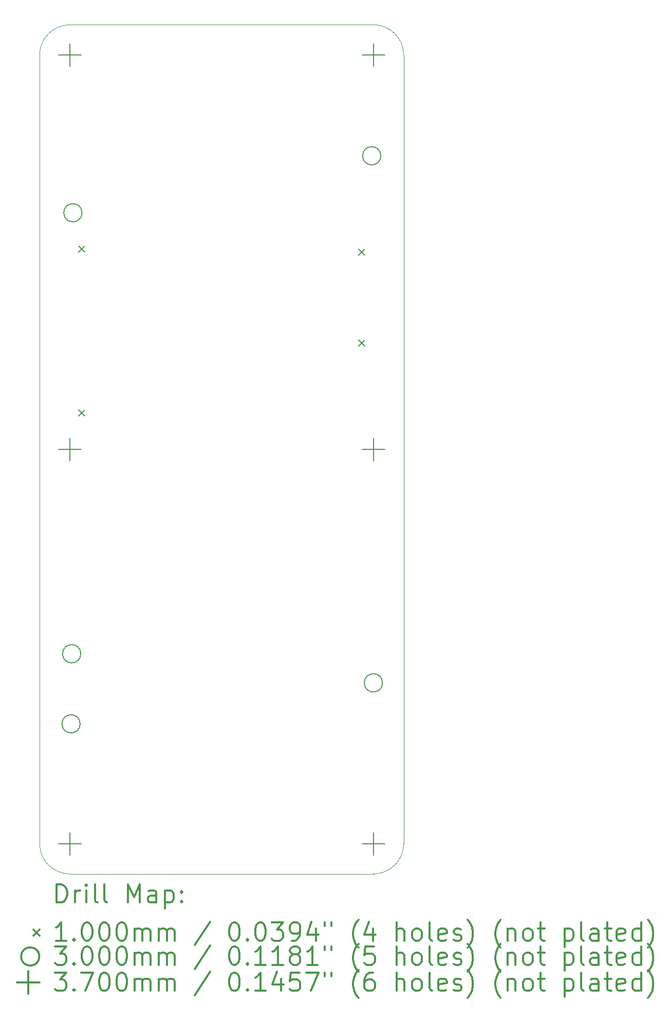
<source format=gbr>
%FSLAX45Y45*%
G04 Gerber Fmt 4.5, Leading zero omitted, Abs format (unit mm)*
G04 Created by KiCad (PCBNEW (5.1.10)-1) date 2022-01-30 14:23:47*
%MOMM*%
%LPD*%
G01*
G04 APERTURE LIST*
%TA.AperFunction,Profile*%
%ADD10C,0.100000*%
%TD*%
%ADD11C,0.200000*%
%ADD12C,0.300000*%
G04 APERTURE END LIST*
D10*
X8500000Y-16500000D02*
X13500000Y-16500000D01*
X14000000Y-16000000D02*
G75*
G02*
X13500000Y-16500000I-500000J0D01*
G01*
X14000000Y-3000000D02*
X14000000Y-16000000D01*
X13500000Y-2500000D02*
G75*
G02*
X14000000Y-3000000I0J-500000D01*
G01*
X8500000Y-2500000D02*
X13500000Y-2500000D01*
X8000000Y-3000000D02*
G75*
G02*
X8500000Y-2500000I500000J0D01*
G01*
X8500000Y-16500000D02*
G75*
G02*
X8000000Y-16000000I0J500000D01*
G01*
X8000000Y-3000000D02*
X8000000Y-16000000D01*
D11*
X8644000Y-6150000D02*
X8744000Y-6250000D01*
X8744000Y-6150000D02*
X8644000Y-6250000D01*
X8644000Y-8850000D02*
X8744000Y-8950000D01*
X8744000Y-8850000D02*
X8644000Y-8950000D01*
X13256000Y-6200000D02*
X13356000Y-6300000D01*
X13356000Y-6200000D02*
X13256000Y-6300000D01*
X13256000Y-7700000D02*
X13356000Y-7800000D01*
X13356000Y-7700000D02*
X13256000Y-7800000D01*
X8668000Y-14025000D02*
G75*
G03*
X8668000Y-14025000I-150000J0D01*
G01*
X8678000Y-12870000D02*
G75*
G03*
X8678000Y-12870000I-150000J0D01*
G01*
X8698000Y-5600000D02*
G75*
G03*
X8698000Y-5600000I-150000J0D01*
G01*
X13622000Y-4660000D02*
G75*
G03*
X13622000Y-4660000I-150000J0D01*
G01*
X13650000Y-13350000D02*
G75*
G03*
X13650000Y-13350000I-150000J0D01*
G01*
X8500000Y-2815000D02*
X8500000Y-3185000D01*
X8315000Y-3000000D02*
X8685000Y-3000000D01*
X8500000Y-9315000D02*
X8500000Y-9685000D01*
X8315000Y-9500000D02*
X8685000Y-9500000D01*
X8500000Y-15815000D02*
X8500000Y-16185000D01*
X8315000Y-16000000D02*
X8685000Y-16000000D01*
X13500000Y-2815000D02*
X13500000Y-3185000D01*
X13315000Y-3000000D02*
X13685000Y-3000000D01*
X13500000Y-9315000D02*
X13500000Y-9685000D01*
X13315000Y-9500000D02*
X13685000Y-9500000D01*
X13500000Y-15815000D02*
X13500000Y-16185000D01*
X13315000Y-16000000D02*
X13685000Y-16000000D01*
D12*
X8281428Y-16970714D02*
X8281428Y-16670714D01*
X8352857Y-16670714D01*
X8395714Y-16685000D01*
X8424286Y-16713571D01*
X8438571Y-16742143D01*
X8452857Y-16799286D01*
X8452857Y-16842143D01*
X8438571Y-16899286D01*
X8424286Y-16927857D01*
X8395714Y-16956429D01*
X8352857Y-16970714D01*
X8281428Y-16970714D01*
X8581428Y-16970714D02*
X8581428Y-16770714D01*
X8581428Y-16827857D02*
X8595714Y-16799286D01*
X8610000Y-16785000D01*
X8638571Y-16770714D01*
X8667143Y-16770714D01*
X8767143Y-16970714D02*
X8767143Y-16770714D01*
X8767143Y-16670714D02*
X8752857Y-16685000D01*
X8767143Y-16699286D01*
X8781428Y-16685000D01*
X8767143Y-16670714D01*
X8767143Y-16699286D01*
X8952857Y-16970714D02*
X8924286Y-16956429D01*
X8910000Y-16927857D01*
X8910000Y-16670714D01*
X9110000Y-16970714D02*
X9081428Y-16956429D01*
X9067143Y-16927857D01*
X9067143Y-16670714D01*
X9452857Y-16970714D02*
X9452857Y-16670714D01*
X9552857Y-16885000D01*
X9652857Y-16670714D01*
X9652857Y-16970714D01*
X9924286Y-16970714D02*
X9924286Y-16813572D01*
X9910000Y-16785000D01*
X9881428Y-16770714D01*
X9824286Y-16770714D01*
X9795714Y-16785000D01*
X9924286Y-16956429D02*
X9895714Y-16970714D01*
X9824286Y-16970714D01*
X9795714Y-16956429D01*
X9781428Y-16927857D01*
X9781428Y-16899286D01*
X9795714Y-16870714D01*
X9824286Y-16856429D01*
X9895714Y-16856429D01*
X9924286Y-16842143D01*
X10067143Y-16770714D02*
X10067143Y-17070714D01*
X10067143Y-16785000D02*
X10095714Y-16770714D01*
X10152857Y-16770714D01*
X10181428Y-16785000D01*
X10195714Y-16799286D01*
X10210000Y-16827857D01*
X10210000Y-16913572D01*
X10195714Y-16942143D01*
X10181428Y-16956429D01*
X10152857Y-16970714D01*
X10095714Y-16970714D01*
X10067143Y-16956429D01*
X10338571Y-16942143D02*
X10352857Y-16956429D01*
X10338571Y-16970714D01*
X10324286Y-16956429D01*
X10338571Y-16942143D01*
X10338571Y-16970714D01*
X10338571Y-16785000D02*
X10352857Y-16799286D01*
X10338571Y-16813572D01*
X10324286Y-16799286D01*
X10338571Y-16785000D01*
X10338571Y-16813572D01*
X7895000Y-17415000D02*
X7995000Y-17515000D01*
X7995000Y-17415000D02*
X7895000Y-17515000D01*
X8438571Y-17600714D02*
X8267143Y-17600714D01*
X8352857Y-17600714D02*
X8352857Y-17300714D01*
X8324286Y-17343572D01*
X8295714Y-17372143D01*
X8267143Y-17386429D01*
X8567143Y-17572143D02*
X8581428Y-17586429D01*
X8567143Y-17600714D01*
X8552857Y-17586429D01*
X8567143Y-17572143D01*
X8567143Y-17600714D01*
X8767143Y-17300714D02*
X8795714Y-17300714D01*
X8824286Y-17315000D01*
X8838571Y-17329286D01*
X8852857Y-17357857D01*
X8867143Y-17415000D01*
X8867143Y-17486429D01*
X8852857Y-17543572D01*
X8838571Y-17572143D01*
X8824286Y-17586429D01*
X8795714Y-17600714D01*
X8767143Y-17600714D01*
X8738571Y-17586429D01*
X8724286Y-17572143D01*
X8710000Y-17543572D01*
X8695714Y-17486429D01*
X8695714Y-17415000D01*
X8710000Y-17357857D01*
X8724286Y-17329286D01*
X8738571Y-17315000D01*
X8767143Y-17300714D01*
X9052857Y-17300714D02*
X9081428Y-17300714D01*
X9110000Y-17315000D01*
X9124286Y-17329286D01*
X9138571Y-17357857D01*
X9152857Y-17415000D01*
X9152857Y-17486429D01*
X9138571Y-17543572D01*
X9124286Y-17572143D01*
X9110000Y-17586429D01*
X9081428Y-17600714D01*
X9052857Y-17600714D01*
X9024286Y-17586429D01*
X9010000Y-17572143D01*
X8995714Y-17543572D01*
X8981428Y-17486429D01*
X8981428Y-17415000D01*
X8995714Y-17357857D01*
X9010000Y-17329286D01*
X9024286Y-17315000D01*
X9052857Y-17300714D01*
X9338571Y-17300714D02*
X9367143Y-17300714D01*
X9395714Y-17315000D01*
X9410000Y-17329286D01*
X9424286Y-17357857D01*
X9438571Y-17415000D01*
X9438571Y-17486429D01*
X9424286Y-17543572D01*
X9410000Y-17572143D01*
X9395714Y-17586429D01*
X9367143Y-17600714D01*
X9338571Y-17600714D01*
X9310000Y-17586429D01*
X9295714Y-17572143D01*
X9281428Y-17543572D01*
X9267143Y-17486429D01*
X9267143Y-17415000D01*
X9281428Y-17357857D01*
X9295714Y-17329286D01*
X9310000Y-17315000D01*
X9338571Y-17300714D01*
X9567143Y-17600714D02*
X9567143Y-17400714D01*
X9567143Y-17429286D02*
X9581428Y-17415000D01*
X9610000Y-17400714D01*
X9652857Y-17400714D01*
X9681428Y-17415000D01*
X9695714Y-17443572D01*
X9695714Y-17600714D01*
X9695714Y-17443572D02*
X9710000Y-17415000D01*
X9738571Y-17400714D01*
X9781428Y-17400714D01*
X9810000Y-17415000D01*
X9824286Y-17443572D01*
X9824286Y-17600714D01*
X9967143Y-17600714D02*
X9967143Y-17400714D01*
X9967143Y-17429286D02*
X9981428Y-17415000D01*
X10010000Y-17400714D01*
X10052857Y-17400714D01*
X10081428Y-17415000D01*
X10095714Y-17443572D01*
X10095714Y-17600714D01*
X10095714Y-17443572D02*
X10110000Y-17415000D01*
X10138571Y-17400714D01*
X10181428Y-17400714D01*
X10210000Y-17415000D01*
X10224286Y-17443572D01*
X10224286Y-17600714D01*
X10810000Y-17286429D02*
X10552857Y-17672143D01*
X11195714Y-17300714D02*
X11224286Y-17300714D01*
X11252857Y-17315000D01*
X11267143Y-17329286D01*
X11281428Y-17357857D01*
X11295714Y-17415000D01*
X11295714Y-17486429D01*
X11281428Y-17543572D01*
X11267143Y-17572143D01*
X11252857Y-17586429D01*
X11224286Y-17600714D01*
X11195714Y-17600714D01*
X11167143Y-17586429D01*
X11152857Y-17572143D01*
X11138571Y-17543572D01*
X11124286Y-17486429D01*
X11124286Y-17415000D01*
X11138571Y-17357857D01*
X11152857Y-17329286D01*
X11167143Y-17315000D01*
X11195714Y-17300714D01*
X11424286Y-17572143D02*
X11438571Y-17586429D01*
X11424286Y-17600714D01*
X11410000Y-17586429D01*
X11424286Y-17572143D01*
X11424286Y-17600714D01*
X11624286Y-17300714D02*
X11652857Y-17300714D01*
X11681428Y-17315000D01*
X11695714Y-17329286D01*
X11710000Y-17357857D01*
X11724286Y-17415000D01*
X11724286Y-17486429D01*
X11710000Y-17543572D01*
X11695714Y-17572143D01*
X11681428Y-17586429D01*
X11652857Y-17600714D01*
X11624286Y-17600714D01*
X11595714Y-17586429D01*
X11581428Y-17572143D01*
X11567143Y-17543572D01*
X11552857Y-17486429D01*
X11552857Y-17415000D01*
X11567143Y-17357857D01*
X11581428Y-17329286D01*
X11595714Y-17315000D01*
X11624286Y-17300714D01*
X11824286Y-17300714D02*
X12010000Y-17300714D01*
X11910000Y-17415000D01*
X11952857Y-17415000D01*
X11981428Y-17429286D01*
X11995714Y-17443572D01*
X12010000Y-17472143D01*
X12010000Y-17543572D01*
X11995714Y-17572143D01*
X11981428Y-17586429D01*
X11952857Y-17600714D01*
X11867143Y-17600714D01*
X11838571Y-17586429D01*
X11824286Y-17572143D01*
X12152857Y-17600714D02*
X12210000Y-17600714D01*
X12238571Y-17586429D01*
X12252857Y-17572143D01*
X12281428Y-17529286D01*
X12295714Y-17472143D01*
X12295714Y-17357857D01*
X12281428Y-17329286D01*
X12267143Y-17315000D01*
X12238571Y-17300714D01*
X12181428Y-17300714D01*
X12152857Y-17315000D01*
X12138571Y-17329286D01*
X12124286Y-17357857D01*
X12124286Y-17429286D01*
X12138571Y-17457857D01*
X12152857Y-17472143D01*
X12181428Y-17486429D01*
X12238571Y-17486429D01*
X12267143Y-17472143D01*
X12281428Y-17457857D01*
X12295714Y-17429286D01*
X12552857Y-17400714D02*
X12552857Y-17600714D01*
X12481428Y-17286429D02*
X12410000Y-17500714D01*
X12595714Y-17500714D01*
X12695714Y-17300714D02*
X12695714Y-17357857D01*
X12810000Y-17300714D02*
X12810000Y-17357857D01*
X13252857Y-17715000D02*
X13238571Y-17700714D01*
X13210000Y-17657857D01*
X13195714Y-17629286D01*
X13181428Y-17586429D01*
X13167143Y-17515000D01*
X13167143Y-17457857D01*
X13181428Y-17386429D01*
X13195714Y-17343572D01*
X13210000Y-17315000D01*
X13238571Y-17272143D01*
X13252857Y-17257857D01*
X13495714Y-17400714D02*
X13495714Y-17600714D01*
X13424286Y-17286429D02*
X13352857Y-17500714D01*
X13538571Y-17500714D01*
X13881428Y-17600714D02*
X13881428Y-17300714D01*
X14010000Y-17600714D02*
X14010000Y-17443572D01*
X13995714Y-17415000D01*
X13967143Y-17400714D01*
X13924286Y-17400714D01*
X13895714Y-17415000D01*
X13881428Y-17429286D01*
X14195714Y-17600714D02*
X14167143Y-17586429D01*
X14152857Y-17572143D01*
X14138571Y-17543572D01*
X14138571Y-17457857D01*
X14152857Y-17429286D01*
X14167143Y-17415000D01*
X14195714Y-17400714D01*
X14238571Y-17400714D01*
X14267143Y-17415000D01*
X14281428Y-17429286D01*
X14295714Y-17457857D01*
X14295714Y-17543572D01*
X14281428Y-17572143D01*
X14267143Y-17586429D01*
X14238571Y-17600714D01*
X14195714Y-17600714D01*
X14467143Y-17600714D02*
X14438571Y-17586429D01*
X14424286Y-17557857D01*
X14424286Y-17300714D01*
X14695714Y-17586429D02*
X14667143Y-17600714D01*
X14610000Y-17600714D01*
X14581428Y-17586429D01*
X14567143Y-17557857D01*
X14567143Y-17443572D01*
X14581428Y-17415000D01*
X14610000Y-17400714D01*
X14667143Y-17400714D01*
X14695714Y-17415000D01*
X14710000Y-17443572D01*
X14710000Y-17472143D01*
X14567143Y-17500714D01*
X14824286Y-17586429D02*
X14852857Y-17600714D01*
X14910000Y-17600714D01*
X14938571Y-17586429D01*
X14952857Y-17557857D01*
X14952857Y-17543572D01*
X14938571Y-17515000D01*
X14910000Y-17500714D01*
X14867143Y-17500714D01*
X14838571Y-17486429D01*
X14824286Y-17457857D01*
X14824286Y-17443572D01*
X14838571Y-17415000D01*
X14867143Y-17400714D01*
X14910000Y-17400714D01*
X14938571Y-17415000D01*
X15052857Y-17715000D02*
X15067143Y-17700714D01*
X15095714Y-17657857D01*
X15110000Y-17629286D01*
X15124286Y-17586429D01*
X15138571Y-17515000D01*
X15138571Y-17457857D01*
X15124286Y-17386429D01*
X15110000Y-17343572D01*
X15095714Y-17315000D01*
X15067143Y-17272143D01*
X15052857Y-17257857D01*
X15595714Y-17715000D02*
X15581428Y-17700714D01*
X15552857Y-17657857D01*
X15538571Y-17629286D01*
X15524286Y-17586429D01*
X15510000Y-17515000D01*
X15510000Y-17457857D01*
X15524286Y-17386429D01*
X15538571Y-17343572D01*
X15552857Y-17315000D01*
X15581428Y-17272143D01*
X15595714Y-17257857D01*
X15710000Y-17400714D02*
X15710000Y-17600714D01*
X15710000Y-17429286D02*
X15724286Y-17415000D01*
X15752857Y-17400714D01*
X15795714Y-17400714D01*
X15824286Y-17415000D01*
X15838571Y-17443572D01*
X15838571Y-17600714D01*
X16024286Y-17600714D02*
X15995714Y-17586429D01*
X15981428Y-17572143D01*
X15967143Y-17543572D01*
X15967143Y-17457857D01*
X15981428Y-17429286D01*
X15995714Y-17415000D01*
X16024286Y-17400714D01*
X16067143Y-17400714D01*
X16095714Y-17415000D01*
X16110000Y-17429286D01*
X16124286Y-17457857D01*
X16124286Y-17543572D01*
X16110000Y-17572143D01*
X16095714Y-17586429D01*
X16067143Y-17600714D01*
X16024286Y-17600714D01*
X16210000Y-17400714D02*
X16324286Y-17400714D01*
X16252857Y-17300714D02*
X16252857Y-17557857D01*
X16267143Y-17586429D01*
X16295714Y-17600714D01*
X16324286Y-17600714D01*
X16652857Y-17400714D02*
X16652857Y-17700714D01*
X16652857Y-17415000D02*
X16681428Y-17400714D01*
X16738571Y-17400714D01*
X16767143Y-17415000D01*
X16781428Y-17429286D01*
X16795714Y-17457857D01*
X16795714Y-17543572D01*
X16781428Y-17572143D01*
X16767143Y-17586429D01*
X16738571Y-17600714D01*
X16681428Y-17600714D01*
X16652857Y-17586429D01*
X16967143Y-17600714D02*
X16938571Y-17586429D01*
X16924286Y-17557857D01*
X16924286Y-17300714D01*
X17210000Y-17600714D02*
X17210000Y-17443572D01*
X17195714Y-17415000D01*
X17167143Y-17400714D01*
X17110000Y-17400714D01*
X17081428Y-17415000D01*
X17210000Y-17586429D02*
X17181428Y-17600714D01*
X17110000Y-17600714D01*
X17081428Y-17586429D01*
X17067143Y-17557857D01*
X17067143Y-17529286D01*
X17081428Y-17500714D01*
X17110000Y-17486429D01*
X17181428Y-17486429D01*
X17210000Y-17472143D01*
X17310000Y-17400714D02*
X17424286Y-17400714D01*
X17352857Y-17300714D02*
X17352857Y-17557857D01*
X17367143Y-17586429D01*
X17395714Y-17600714D01*
X17424286Y-17600714D01*
X17638571Y-17586429D02*
X17610000Y-17600714D01*
X17552857Y-17600714D01*
X17524286Y-17586429D01*
X17510000Y-17557857D01*
X17510000Y-17443572D01*
X17524286Y-17415000D01*
X17552857Y-17400714D01*
X17610000Y-17400714D01*
X17638571Y-17415000D01*
X17652857Y-17443572D01*
X17652857Y-17472143D01*
X17510000Y-17500714D01*
X17910000Y-17600714D02*
X17910000Y-17300714D01*
X17910000Y-17586429D02*
X17881428Y-17600714D01*
X17824286Y-17600714D01*
X17795714Y-17586429D01*
X17781428Y-17572143D01*
X17767143Y-17543572D01*
X17767143Y-17457857D01*
X17781428Y-17429286D01*
X17795714Y-17415000D01*
X17824286Y-17400714D01*
X17881428Y-17400714D01*
X17910000Y-17415000D01*
X18024286Y-17715000D02*
X18038571Y-17700714D01*
X18067143Y-17657857D01*
X18081428Y-17629286D01*
X18095714Y-17586429D01*
X18110000Y-17515000D01*
X18110000Y-17457857D01*
X18095714Y-17386429D01*
X18081428Y-17343572D01*
X18067143Y-17315000D01*
X18038571Y-17272143D01*
X18024286Y-17257857D01*
X7995000Y-17861000D02*
G75*
G03*
X7995000Y-17861000I-150000J0D01*
G01*
X8252857Y-17696714D02*
X8438571Y-17696714D01*
X8338571Y-17811000D01*
X8381428Y-17811000D01*
X8410000Y-17825286D01*
X8424286Y-17839572D01*
X8438571Y-17868143D01*
X8438571Y-17939572D01*
X8424286Y-17968143D01*
X8410000Y-17982429D01*
X8381428Y-17996714D01*
X8295714Y-17996714D01*
X8267143Y-17982429D01*
X8252857Y-17968143D01*
X8567143Y-17968143D02*
X8581428Y-17982429D01*
X8567143Y-17996714D01*
X8552857Y-17982429D01*
X8567143Y-17968143D01*
X8567143Y-17996714D01*
X8767143Y-17696714D02*
X8795714Y-17696714D01*
X8824286Y-17711000D01*
X8838571Y-17725286D01*
X8852857Y-17753857D01*
X8867143Y-17811000D01*
X8867143Y-17882429D01*
X8852857Y-17939572D01*
X8838571Y-17968143D01*
X8824286Y-17982429D01*
X8795714Y-17996714D01*
X8767143Y-17996714D01*
X8738571Y-17982429D01*
X8724286Y-17968143D01*
X8710000Y-17939572D01*
X8695714Y-17882429D01*
X8695714Y-17811000D01*
X8710000Y-17753857D01*
X8724286Y-17725286D01*
X8738571Y-17711000D01*
X8767143Y-17696714D01*
X9052857Y-17696714D02*
X9081428Y-17696714D01*
X9110000Y-17711000D01*
X9124286Y-17725286D01*
X9138571Y-17753857D01*
X9152857Y-17811000D01*
X9152857Y-17882429D01*
X9138571Y-17939572D01*
X9124286Y-17968143D01*
X9110000Y-17982429D01*
X9081428Y-17996714D01*
X9052857Y-17996714D01*
X9024286Y-17982429D01*
X9010000Y-17968143D01*
X8995714Y-17939572D01*
X8981428Y-17882429D01*
X8981428Y-17811000D01*
X8995714Y-17753857D01*
X9010000Y-17725286D01*
X9024286Y-17711000D01*
X9052857Y-17696714D01*
X9338571Y-17696714D02*
X9367143Y-17696714D01*
X9395714Y-17711000D01*
X9410000Y-17725286D01*
X9424286Y-17753857D01*
X9438571Y-17811000D01*
X9438571Y-17882429D01*
X9424286Y-17939572D01*
X9410000Y-17968143D01*
X9395714Y-17982429D01*
X9367143Y-17996714D01*
X9338571Y-17996714D01*
X9310000Y-17982429D01*
X9295714Y-17968143D01*
X9281428Y-17939572D01*
X9267143Y-17882429D01*
X9267143Y-17811000D01*
X9281428Y-17753857D01*
X9295714Y-17725286D01*
X9310000Y-17711000D01*
X9338571Y-17696714D01*
X9567143Y-17996714D02*
X9567143Y-17796714D01*
X9567143Y-17825286D02*
X9581428Y-17811000D01*
X9610000Y-17796714D01*
X9652857Y-17796714D01*
X9681428Y-17811000D01*
X9695714Y-17839572D01*
X9695714Y-17996714D01*
X9695714Y-17839572D02*
X9710000Y-17811000D01*
X9738571Y-17796714D01*
X9781428Y-17796714D01*
X9810000Y-17811000D01*
X9824286Y-17839572D01*
X9824286Y-17996714D01*
X9967143Y-17996714D02*
X9967143Y-17796714D01*
X9967143Y-17825286D02*
X9981428Y-17811000D01*
X10010000Y-17796714D01*
X10052857Y-17796714D01*
X10081428Y-17811000D01*
X10095714Y-17839572D01*
X10095714Y-17996714D01*
X10095714Y-17839572D02*
X10110000Y-17811000D01*
X10138571Y-17796714D01*
X10181428Y-17796714D01*
X10210000Y-17811000D01*
X10224286Y-17839572D01*
X10224286Y-17996714D01*
X10810000Y-17682429D02*
X10552857Y-18068143D01*
X11195714Y-17696714D02*
X11224286Y-17696714D01*
X11252857Y-17711000D01*
X11267143Y-17725286D01*
X11281428Y-17753857D01*
X11295714Y-17811000D01*
X11295714Y-17882429D01*
X11281428Y-17939572D01*
X11267143Y-17968143D01*
X11252857Y-17982429D01*
X11224286Y-17996714D01*
X11195714Y-17996714D01*
X11167143Y-17982429D01*
X11152857Y-17968143D01*
X11138571Y-17939572D01*
X11124286Y-17882429D01*
X11124286Y-17811000D01*
X11138571Y-17753857D01*
X11152857Y-17725286D01*
X11167143Y-17711000D01*
X11195714Y-17696714D01*
X11424286Y-17968143D02*
X11438571Y-17982429D01*
X11424286Y-17996714D01*
X11410000Y-17982429D01*
X11424286Y-17968143D01*
X11424286Y-17996714D01*
X11724286Y-17996714D02*
X11552857Y-17996714D01*
X11638571Y-17996714D02*
X11638571Y-17696714D01*
X11610000Y-17739572D01*
X11581428Y-17768143D01*
X11552857Y-17782429D01*
X12010000Y-17996714D02*
X11838571Y-17996714D01*
X11924286Y-17996714D02*
X11924286Y-17696714D01*
X11895714Y-17739572D01*
X11867143Y-17768143D01*
X11838571Y-17782429D01*
X12181428Y-17825286D02*
X12152857Y-17811000D01*
X12138571Y-17796714D01*
X12124286Y-17768143D01*
X12124286Y-17753857D01*
X12138571Y-17725286D01*
X12152857Y-17711000D01*
X12181428Y-17696714D01*
X12238571Y-17696714D01*
X12267143Y-17711000D01*
X12281428Y-17725286D01*
X12295714Y-17753857D01*
X12295714Y-17768143D01*
X12281428Y-17796714D01*
X12267143Y-17811000D01*
X12238571Y-17825286D01*
X12181428Y-17825286D01*
X12152857Y-17839572D01*
X12138571Y-17853857D01*
X12124286Y-17882429D01*
X12124286Y-17939572D01*
X12138571Y-17968143D01*
X12152857Y-17982429D01*
X12181428Y-17996714D01*
X12238571Y-17996714D01*
X12267143Y-17982429D01*
X12281428Y-17968143D01*
X12295714Y-17939572D01*
X12295714Y-17882429D01*
X12281428Y-17853857D01*
X12267143Y-17839572D01*
X12238571Y-17825286D01*
X12581428Y-17996714D02*
X12410000Y-17996714D01*
X12495714Y-17996714D02*
X12495714Y-17696714D01*
X12467143Y-17739572D01*
X12438571Y-17768143D01*
X12410000Y-17782429D01*
X12695714Y-17696714D02*
X12695714Y-17753857D01*
X12810000Y-17696714D02*
X12810000Y-17753857D01*
X13252857Y-18111000D02*
X13238571Y-18096714D01*
X13210000Y-18053857D01*
X13195714Y-18025286D01*
X13181428Y-17982429D01*
X13167143Y-17911000D01*
X13167143Y-17853857D01*
X13181428Y-17782429D01*
X13195714Y-17739572D01*
X13210000Y-17711000D01*
X13238571Y-17668143D01*
X13252857Y-17653857D01*
X13510000Y-17696714D02*
X13367143Y-17696714D01*
X13352857Y-17839572D01*
X13367143Y-17825286D01*
X13395714Y-17811000D01*
X13467143Y-17811000D01*
X13495714Y-17825286D01*
X13510000Y-17839572D01*
X13524286Y-17868143D01*
X13524286Y-17939572D01*
X13510000Y-17968143D01*
X13495714Y-17982429D01*
X13467143Y-17996714D01*
X13395714Y-17996714D01*
X13367143Y-17982429D01*
X13352857Y-17968143D01*
X13881428Y-17996714D02*
X13881428Y-17696714D01*
X14010000Y-17996714D02*
X14010000Y-17839572D01*
X13995714Y-17811000D01*
X13967143Y-17796714D01*
X13924286Y-17796714D01*
X13895714Y-17811000D01*
X13881428Y-17825286D01*
X14195714Y-17996714D02*
X14167143Y-17982429D01*
X14152857Y-17968143D01*
X14138571Y-17939572D01*
X14138571Y-17853857D01*
X14152857Y-17825286D01*
X14167143Y-17811000D01*
X14195714Y-17796714D01*
X14238571Y-17796714D01*
X14267143Y-17811000D01*
X14281428Y-17825286D01*
X14295714Y-17853857D01*
X14295714Y-17939572D01*
X14281428Y-17968143D01*
X14267143Y-17982429D01*
X14238571Y-17996714D01*
X14195714Y-17996714D01*
X14467143Y-17996714D02*
X14438571Y-17982429D01*
X14424286Y-17953857D01*
X14424286Y-17696714D01*
X14695714Y-17982429D02*
X14667143Y-17996714D01*
X14610000Y-17996714D01*
X14581428Y-17982429D01*
X14567143Y-17953857D01*
X14567143Y-17839572D01*
X14581428Y-17811000D01*
X14610000Y-17796714D01*
X14667143Y-17796714D01*
X14695714Y-17811000D01*
X14710000Y-17839572D01*
X14710000Y-17868143D01*
X14567143Y-17896714D01*
X14824286Y-17982429D02*
X14852857Y-17996714D01*
X14910000Y-17996714D01*
X14938571Y-17982429D01*
X14952857Y-17953857D01*
X14952857Y-17939572D01*
X14938571Y-17911000D01*
X14910000Y-17896714D01*
X14867143Y-17896714D01*
X14838571Y-17882429D01*
X14824286Y-17853857D01*
X14824286Y-17839572D01*
X14838571Y-17811000D01*
X14867143Y-17796714D01*
X14910000Y-17796714D01*
X14938571Y-17811000D01*
X15052857Y-18111000D02*
X15067143Y-18096714D01*
X15095714Y-18053857D01*
X15110000Y-18025286D01*
X15124286Y-17982429D01*
X15138571Y-17911000D01*
X15138571Y-17853857D01*
X15124286Y-17782429D01*
X15110000Y-17739572D01*
X15095714Y-17711000D01*
X15067143Y-17668143D01*
X15052857Y-17653857D01*
X15595714Y-18111000D02*
X15581428Y-18096714D01*
X15552857Y-18053857D01*
X15538571Y-18025286D01*
X15524286Y-17982429D01*
X15510000Y-17911000D01*
X15510000Y-17853857D01*
X15524286Y-17782429D01*
X15538571Y-17739572D01*
X15552857Y-17711000D01*
X15581428Y-17668143D01*
X15595714Y-17653857D01*
X15710000Y-17796714D02*
X15710000Y-17996714D01*
X15710000Y-17825286D02*
X15724286Y-17811000D01*
X15752857Y-17796714D01*
X15795714Y-17796714D01*
X15824286Y-17811000D01*
X15838571Y-17839572D01*
X15838571Y-17996714D01*
X16024286Y-17996714D02*
X15995714Y-17982429D01*
X15981428Y-17968143D01*
X15967143Y-17939572D01*
X15967143Y-17853857D01*
X15981428Y-17825286D01*
X15995714Y-17811000D01*
X16024286Y-17796714D01*
X16067143Y-17796714D01*
X16095714Y-17811000D01*
X16110000Y-17825286D01*
X16124286Y-17853857D01*
X16124286Y-17939572D01*
X16110000Y-17968143D01*
X16095714Y-17982429D01*
X16067143Y-17996714D01*
X16024286Y-17996714D01*
X16210000Y-17796714D02*
X16324286Y-17796714D01*
X16252857Y-17696714D02*
X16252857Y-17953857D01*
X16267143Y-17982429D01*
X16295714Y-17996714D01*
X16324286Y-17996714D01*
X16652857Y-17796714D02*
X16652857Y-18096714D01*
X16652857Y-17811000D02*
X16681428Y-17796714D01*
X16738571Y-17796714D01*
X16767143Y-17811000D01*
X16781428Y-17825286D01*
X16795714Y-17853857D01*
X16795714Y-17939572D01*
X16781428Y-17968143D01*
X16767143Y-17982429D01*
X16738571Y-17996714D01*
X16681428Y-17996714D01*
X16652857Y-17982429D01*
X16967143Y-17996714D02*
X16938571Y-17982429D01*
X16924286Y-17953857D01*
X16924286Y-17696714D01*
X17210000Y-17996714D02*
X17210000Y-17839572D01*
X17195714Y-17811000D01*
X17167143Y-17796714D01*
X17110000Y-17796714D01*
X17081428Y-17811000D01*
X17210000Y-17982429D02*
X17181428Y-17996714D01*
X17110000Y-17996714D01*
X17081428Y-17982429D01*
X17067143Y-17953857D01*
X17067143Y-17925286D01*
X17081428Y-17896714D01*
X17110000Y-17882429D01*
X17181428Y-17882429D01*
X17210000Y-17868143D01*
X17310000Y-17796714D02*
X17424286Y-17796714D01*
X17352857Y-17696714D02*
X17352857Y-17953857D01*
X17367143Y-17982429D01*
X17395714Y-17996714D01*
X17424286Y-17996714D01*
X17638571Y-17982429D02*
X17610000Y-17996714D01*
X17552857Y-17996714D01*
X17524286Y-17982429D01*
X17510000Y-17953857D01*
X17510000Y-17839572D01*
X17524286Y-17811000D01*
X17552857Y-17796714D01*
X17610000Y-17796714D01*
X17638571Y-17811000D01*
X17652857Y-17839572D01*
X17652857Y-17868143D01*
X17510000Y-17896714D01*
X17910000Y-17996714D02*
X17910000Y-17696714D01*
X17910000Y-17982429D02*
X17881428Y-17996714D01*
X17824286Y-17996714D01*
X17795714Y-17982429D01*
X17781428Y-17968143D01*
X17767143Y-17939572D01*
X17767143Y-17853857D01*
X17781428Y-17825286D01*
X17795714Y-17811000D01*
X17824286Y-17796714D01*
X17881428Y-17796714D01*
X17910000Y-17811000D01*
X18024286Y-18111000D02*
X18038571Y-18096714D01*
X18067143Y-18053857D01*
X18081428Y-18025286D01*
X18095714Y-17982429D01*
X18110000Y-17911000D01*
X18110000Y-17853857D01*
X18095714Y-17782429D01*
X18081428Y-17739572D01*
X18067143Y-17711000D01*
X18038571Y-17668143D01*
X18024286Y-17653857D01*
X7810000Y-18106000D02*
X7810000Y-18476000D01*
X7625000Y-18291000D02*
X7995000Y-18291000D01*
X8252857Y-18126714D02*
X8438571Y-18126714D01*
X8338571Y-18241000D01*
X8381428Y-18241000D01*
X8410000Y-18255286D01*
X8424286Y-18269572D01*
X8438571Y-18298143D01*
X8438571Y-18369572D01*
X8424286Y-18398143D01*
X8410000Y-18412429D01*
X8381428Y-18426714D01*
X8295714Y-18426714D01*
X8267143Y-18412429D01*
X8252857Y-18398143D01*
X8567143Y-18398143D02*
X8581428Y-18412429D01*
X8567143Y-18426714D01*
X8552857Y-18412429D01*
X8567143Y-18398143D01*
X8567143Y-18426714D01*
X8681428Y-18126714D02*
X8881428Y-18126714D01*
X8752857Y-18426714D01*
X9052857Y-18126714D02*
X9081428Y-18126714D01*
X9110000Y-18141000D01*
X9124286Y-18155286D01*
X9138571Y-18183857D01*
X9152857Y-18241000D01*
X9152857Y-18312429D01*
X9138571Y-18369572D01*
X9124286Y-18398143D01*
X9110000Y-18412429D01*
X9081428Y-18426714D01*
X9052857Y-18426714D01*
X9024286Y-18412429D01*
X9010000Y-18398143D01*
X8995714Y-18369572D01*
X8981428Y-18312429D01*
X8981428Y-18241000D01*
X8995714Y-18183857D01*
X9010000Y-18155286D01*
X9024286Y-18141000D01*
X9052857Y-18126714D01*
X9338571Y-18126714D02*
X9367143Y-18126714D01*
X9395714Y-18141000D01*
X9410000Y-18155286D01*
X9424286Y-18183857D01*
X9438571Y-18241000D01*
X9438571Y-18312429D01*
X9424286Y-18369572D01*
X9410000Y-18398143D01*
X9395714Y-18412429D01*
X9367143Y-18426714D01*
X9338571Y-18426714D01*
X9310000Y-18412429D01*
X9295714Y-18398143D01*
X9281428Y-18369572D01*
X9267143Y-18312429D01*
X9267143Y-18241000D01*
X9281428Y-18183857D01*
X9295714Y-18155286D01*
X9310000Y-18141000D01*
X9338571Y-18126714D01*
X9567143Y-18426714D02*
X9567143Y-18226714D01*
X9567143Y-18255286D02*
X9581428Y-18241000D01*
X9610000Y-18226714D01*
X9652857Y-18226714D01*
X9681428Y-18241000D01*
X9695714Y-18269572D01*
X9695714Y-18426714D01*
X9695714Y-18269572D02*
X9710000Y-18241000D01*
X9738571Y-18226714D01*
X9781428Y-18226714D01*
X9810000Y-18241000D01*
X9824286Y-18269572D01*
X9824286Y-18426714D01*
X9967143Y-18426714D02*
X9967143Y-18226714D01*
X9967143Y-18255286D02*
X9981428Y-18241000D01*
X10010000Y-18226714D01*
X10052857Y-18226714D01*
X10081428Y-18241000D01*
X10095714Y-18269572D01*
X10095714Y-18426714D01*
X10095714Y-18269572D02*
X10110000Y-18241000D01*
X10138571Y-18226714D01*
X10181428Y-18226714D01*
X10210000Y-18241000D01*
X10224286Y-18269572D01*
X10224286Y-18426714D01*
X10810000Y-18112429D02*
X10552857Y-18498143D01*
X11195714Y-18126714D02*
X11224286Y-18126714D01*
X11252857Y-18141000D01*
X11267143Y-18155286D01*
X11281428Y-18183857D01*
X11295714Y-18241000D01*
X11295714Y-18312429D01*
X11281428Y-18369572D01*
X11267143Y-18398143D01*
X11252857Y-18412429D01*
X11224286Y-18426714D01*
X11195714Y-18426714D01*
X11167143Y-18412429D01*
X11152857Y-18398143D01*
X11138571Y-18369572D01*
X11124286Y-18312429D01*
X11124286Y-18241000D01*
X11138571Y-18183857D01*
X11152857Y-18155286D01*
X11167143Y-18141000D01*
X11195714Y-18126714D01*
X11424286Y-18398143D02*
X11438571Y-18412429D01*
X11424286Y-18426714D01*
X11410000Y-18412429D01*
X11424286Y-18398143D01*
X11424286Y-18426714D01*
X11724286Y-18426714D02*
X11552857Y-18426714D01*
X11638571Y-18426714D02*
X11638571Y-18126714D01*
X11610000Y-18169572D01*
X11581428Y-18198143D01*
X11552857Y-18212429D01*
X11981428Y-18226714D02*
X11981428Y-18426714D01*
X11910000Y-18112429D02*
X11838571Y-18326714D01*
X12024286Y-18326714D01*
X12281428Y-18126714D02*
X12138571Y-18126714D01*
X12124286Y-18269572D01*
X12138571Y-18255286D01*
X12167143Y-18241000D01*
X12238571Y-18241000D01*
X12267143Y-18255286D01*
X12281428Y-18269572D01*
X12295714Y-18298143D01*
X12295714Y-18369572D01*
X12281428Y-18398143D01*
X12267143Y-18412429D01*
X12238571Y-18426714D01*
X12167143Y-18426714D01*
X12138571Y-18412429D01*
X12124286Y-18398143D01*
X12395714Y-18126714D02*
X12595714Y-18126714D01*
X12467143Y-18426714D01*
X12695714Y-18126714D02*
X12695714Y-18183857D01*
X12810000Y-18126714D02*
X12810000Y-18183857D01*
X13252857Y-18541000D02*
X13238571Y-18526714D01*
X13210000Y-18483857D01*
X13195714Y-18455286D01*
X13181428Y-18412429D01*
X13167143Y-18341000D01*
X13167143Y-18283857D01*
X13181428Y-18212429D01*
X13195714Y-18169572D01*
X13210000Y-18141000D01*
X13238571Y-18098143D01*
X13252857Y-18083857D01*
X13495714Y-18126714D02*
X13438571Y-18126714D01*
X13410000Y-18141000D01*
X13395714Y-18155286D01*
X13367143Y-18198143D01*
X13352857Y-18255286D01*
X13352857Y-18369572D01*
X13367143Y-18398143D01*
X13381428Y-18412429D01*
X13410000Y-18426714D01*
X13467143Y-18426714D01*
X13495714Y-18412429D01*
X13510000Y-18398143D01*
X13524286Y-18369572D01*
X13524286Y-18298143D01*
X13510000Y-18269572D01*
X13495714Y-18255286D01*
X13467143Y-18241000D01*
X13410000Y-18241000D01*
X13381428Y-18255286D01*
X13367143Y-18269572D01*
X13352857Y-18298143D01*
X13881428Y-18426714D02*
X13881428Y-18126714D01*
X14010000Y-18426714D02*
X14010000Y-18269572D01*
X13995714Y-18241000D01*
X13967143Y-18226714D01*
X13924286Y-18226714D01*
X13895714Y-18241000D01*
X13881428Y-18255286D01*
X14195714Y-18426714D02*
X14167143Y-18412429D01*
X14152857Y-18398143D01*
X14138571Y-18369572D01*
X14138571Y-18283857D01*
X14152857Y-18255286D01*
X14167143Y-18241000D01*
X14195714Y-18226714D01*
X14238571Y-18226714D01*
X14267143Y-18241000D01*
X14281428Y-18255286D01*
X14295714Y-18283857D01*
X14295714Y-18369572D01*
X14281428Y-18398143D01*
X14267143Y-18412429D01*
X14238571Y-18426714D01*
X14195714Y-18426714D01*
X14467143Y-18426714D02*
X14438571Y-18412429D01*
X14424286Y-18383857D01*
X14424286Y-18126714D01*
X14695714Y-18412429D02*
X14667143Y-18426714D01*
X14610000Y-18426714D01*
X14581428Y-18412429D01*
X14567143Y-18383857D01*
X14567143Y-18269572D01*
X14581428Y-18241000D01*
X14610000Y-18226714D01*
X14667143Y-18226714D01*
X14695714Y-18241000D01*
X14710000Y-18269572D01*
X14710000Y-18298143D01*
X14567143Y-18326714D01*
X14824286Y-18412429D02*
X14852857Y-18426714D01*
X14910000Y-18426714D01*
X14938571Y-18412429D01*
X14952857Y-18383857D01*
X14952857Y-18369572D01*
X14938571Y-18341000D01*
X14910000Y-18326714D01*
X14867143Y-18326714D01*
X14838571Y-18312429D01*
X14824286Y-18283857D01*
X14824286Y-18269572D01*
X14838571Y-18241000D01*
X14867143Y-18226714D01*
X14910000Y-18226714D01*
X14938571Y-18241000D01*
X15052857Y-18541000D02*
X15067143Y-18526714D01*
X15095714Y-18483857D01*
X15110000Y-18455286D01*
X15124286Y-18412429D01*
X15138571Y-18341000D01*
X15138571Y-18283857D01*
X15124286Y-18212429D01*
X15110000Y-18169572D01*
X15095714Y-18141000D01*
X15067143Y-18098143D01*
X15052857Y-18083857D01*
X15595714Y-18541000D02*
X15581428Y-18526714D01*
X15552857Y-18483857D01*
X15538571Y-18455286D01*
X15524286Y-18412429D01*
X15510000Y-18341000D01*
X15510000Y-18283857D01*
X15524286Y-18212429D01*
X15538571Y-18169572D01*
X15552857Y-18141000D01*
X15581428Y-18098143D01*
X15595714Y-18083857D01*
X15710000Y-18226714D02*
X15710000Y-18426714D01*
X15710000Y-18255286D02*
X15724286Y-18241000D01*
X15752857Y-18226714D01*
X15795714Y-18226714D01*
X15824286Y-18241000D01*
X15838571Y-18269572D01*
X15838571Y-18426714D01*
X16024286Y-18426714D02*
X15995714Y-18412429D01*
X15981428Y-18398143D01*
X15967143Y-18369572D01*
X15967143Y-18283857D01*
X15981428Y-18255286D01*
X15995714Y-18241000D01*
X16024286Y-18226714D01*
X16067143Y-18226714D01*
X16095714Y-18241000D01*
X16110000Y-18255286D01*
X16124286Y-18283857D01*
X16124286Y-18369572D01*
X16110000Y-18398143D01*
X16095714Y-18412429D01*
X16067143Y-18426714D01*
X16024286Y-18426714D01*
X16210000Y-18226714D02*
X16324286Y-18226714D01*
X16252857Y-18126714D02*
X16252857Y-18383857D01*
X16267143Y-18412429D01*
X16295714Y-18426714D01*
X16324286Y-18426714D01*
X16652857Y-18226714D02*
X16652857Y-18526714D01*
X16652857Y-18241000D02*
X16681428Y-18226714D01*
X16738571Y-18226714D01*
X16767143Y-18241000D01*
X16781428Y-18255286D01*
X16795714Y-18283857D01*
X16795714Y-18369572D01*
X16781428Y-18398143D01*
X16767143Y-18412429D01*
X16738571Y-18426714D01*
X16681428Y-18426714D01*
X16652857Y-18412429D01*
X16967143Y-18426714D02*
X16938571Y-18412429D01*
X16924286Y-18383857D01*
X16924286Y-18126714D01*
X17210000Y-18426714D02*
X17210000Y-18269572D01*
X17195714Y-18241000D01*
X17167143Y-18226714D01*
X17110000Y-18226714D01*
X17081428Y-18241000D01*
X17210000Y-18412429D02*
X17181428Y-18426714D01*
X17110000Y-18426714D01*
X17081428Y-18412429D01*
X17067143Y-18383857D01*
X17067143Y-18355286D01*
X17081428Y-18326714D01*
X17110000Y-18312429D01*
X17181428Y-18312429D01*
X17210000Y-18298143D01*
X17310000Y-18226714D02*
X17424286Y-18226714D01*
X17352857Y-18126714D02*
X17352857Y-18383857D01*
X17367143Y-18412429D01*
X17395714Y-18426714D01*
X17424286Y-18426714D01*
X17638571Y-18412429D02*
X17610000Y-18426714D01*
X17552857Y-18426714D01*
X17524286Y-18412429D01*
X17510000Y-18383857D01*
X17510000Y-18269572D01*
X17524286Y-18241000D01*
X17552857Y-18226714D01*
X17610000Y-18226714D01*
X17638571Y-18241000D01*
X17652857Y-18269572D01*
X17652857Y-18298143D01*
X17510000Y-18326714D01*
X17910000Y-18426714D02*
X17910000Y-18126714D01*
X17910000Y-18412429D02*
X17881428Y-18426714D01*
X17824286Y-18426714D01*
X17795714Y-18412429D01*
X17781428Y-18398143D01*
X17767143Y-18369572D01*
X17767143Y-18283857D01*
X17781428Y-18255286D01*
X17795714Y-18241000D01*
X17824286Y-18226714D01*
X17881428Y-18226714D01*
X17910000Y-18241000D01*
X18024286Y-18541000D02*
X18038571Y-18526714D01*
X18067143Y-18483857D01*
X18081428Y-18455286D01*
X18095714Y-18412429D01*
X18110000Y-18341000D01*
X18110000Y-18283857D01*
X18095714Y-18212429D01*
X18081428Y-18169572D01*
X18067143Y-18141000D01*
X18038571Y-18098143D01*
X18024286Y-18083857D01*
M02*

</source>
